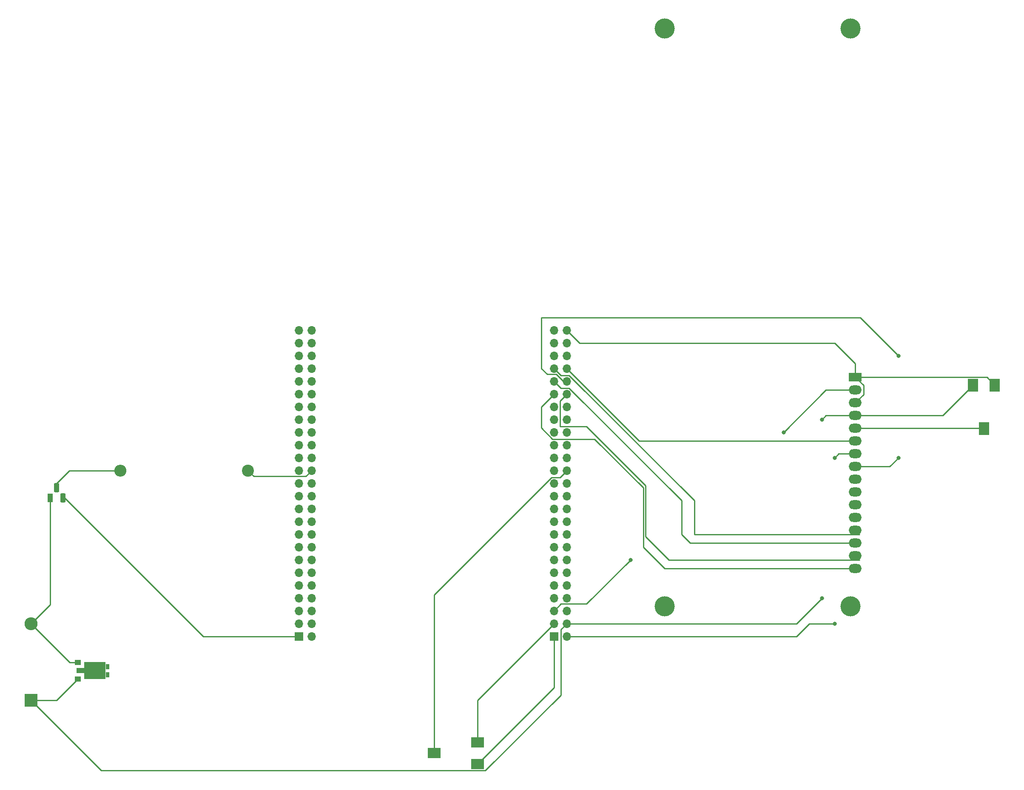
<source format=gbr>
%TF.GenerationSoftware,KiCad,Pcbnew,(7.0.0)*%
%TF.CreationDate,2023-06-01T08:47:21-06:00*%
%TF.ProjectId,ENCE 3231 final project,454e4345-2033-4323-9331-2066696e616c,rev?*%
%TF.SameCoordinates,Original*%
%TF.FileFunction,Copper,L1,Top*%
%TF.FilePolarity,Positive*%
%FSLAX46Y46*%
G04 Gerber Fmt 4.6, Leading zero omitted, Abs format (unit mm)*
G04 Created by KiCad (PCBNEW (7.0.0)) date 2023-06-01 08:47:21*
%MOMM*%
%LPD*%
G01*
G04 APERTURE LIST*
G04 Aperture macros list*
%AMRoundRect*
0 Rectangle with rounded corners*
0 $1 Rounding radius*
0 $2 $3 $4 $5 $6 $7 $8 $9 X,Y pos of 4 corners*
0 Add a 4 corners polygon primitive as box body*
4,1,4,$2,$3,$4,$5,$6,$7,$8,$9,$2,$3,0*
0 Add four circle primitives for the rounded corners*
1,1,$1+$1,$2,$3*
1,1,$1+$1,$4,$5*
1,1,$1+$1,$6,$7*
1,1,$1+$1,$8,$9*
0 Add four rect primitives between the rounded corners*
20,1,$1+$1,$2,$3,$4,$5,0*
20,1,$1+$1,$4,$5,$6,$7,0*
20,1,$1+$1,$6,$7,$8,$9,0*
20,1,$1+$1,$8,$9,$2,$3,0*%
G04 Aperture macros list end*
%TA.AperFunction,ComponentPad*%
%ADD10C,4.000000*%
%TD*%
%TA.AperFunction,ComponentPad*%
%ADD11R,2.600000X1.800000*%
%TD*%
%TA.AperFunction,ComponentPad*%
%ADD12O,2.600000X1.800000*%
%TD*%
%TA.AperFunction,SMDPad,CuDef*%
%ADD13R,2.000000X2.500000*%
%TD*%
%TA.AperFunction,SMDPad,CuDef*%
%ADD14R,1.300000X1.100000*%
%TD*%
%TA.AperFunction,SMDPad,CuDef*%
%ADD15R,0.650000X1.000000*%
%TD*%
%TA.AperFunction,SMDPad,CuDef*%
%ADD16R,1.500000X1.000000*%
%TD*%
%TA.AperFunction,SMDPad,CuDef*%
%ADD17R,4.300000X3.400000*%
%TD*%
%TA.AperFunction,ComponentPad*%
%ADD18R,2.600000X2.600000*%
%TD*%
%TA.AperFunction,ComponentPad*%
%ADD19O,2.600000X2.600000*%
%TD*%
%TA.AperFunction,ComponentPad*%
%ADD20R,1.700000X1.700000*%
%TD*%
%TA.AperFunction,ComponentPad*%
%ADD21O,1.700000X1.700000*%
%TD*%
%TA.AperFunction,ComponentPad*%
%ADD22R,1.100000X1.800000*%
%TD*%
%TA.AperFunction,ComponentPad*%
%ADD23RoundRect,0.275000X-0.275000X-0.625000X0.275000X-0.625000X0.275000X0.625000X-0.275000X0.625000X0*%
%TD*%
%TA.AperFunction,ComponentPad*%
%ADD24C,2.400000*%
%TD*%
%TA.AperFunction,ComponentPad*%
%ADD25O,2.400000X2.400000*%
%TD*%
%TA.AperFunction,SMDPad,CuDef*%
%ADD26R,2.500000X2.000000*%
%TD*%
%TA.AperFunction,ViaPad*%
%ADD27C,0.800000*%
%TD*%
%TA.AperFunction,Conductor*%
%ADD28C,0.250000*%
%TD*%
G04 APERTURE END LIST*
D10*
%TO.P,DS1,*%
%TO.N,*%
X191076740Y-36479580D03*
X154076560Y-36479580D03*
X191076740Y-151480620D03*
X154076560Y-151480620D03*
D11*
%TO.P,DS1,1,LEDK*%
%TO.N,GND*%
X192077499Y-105879999D03*
D12*
%TO.P,DS1,2,LEDA*%
%TO.N,3.3V*%
X192077499Y-108419999D03*
%TO.P,DS1,3,VSS*%
%TO.N,GND*%
X192077499Y-110959999D03*
%TO.P,DS1,4,VDD*%
%TO.N,5V*%
X192077499Y-113499999D03*
%TO.P,DS1,5,Vo*%
%TO.N,Net-(DS1-Vo)*%
X192077499Y-116039999D03*
%TO.P,DS1,6,RS*%
%TO.N,Rs*%
X192077499Y-118579999D03*
%TO.P,DS1,7,R/~{W}*%
%TO.N,GND*%
X192077499Y-121119999D03*
%TO.P,DS1,8,E*%
%TO.N,E*%
X192077499Y-123659999D03*
%TO.P,DS1,9,DB0*%
%TO.N,unconnected-(DS1-DB0-Pad9)*%
X192077499Y-126199999D03*
%TO.P,DS1,10,DB1*%
%TO.N,unconnected-(DS1-DB1-Pad10)*%
X192077499Y-128739999D03*
%TO.P,DS1,11,DB2*%
%TO.N,unconnected-(DS1-DB2-Pad11)*%
X192077499Y-131279999D03*
%TO.P,DS1,12,DB3*%
%TO.N,unconnected-(DS1-DB3-Pad12)*%
X192077499Y-133819999D03*
%TO.P,DS1,13,DB4*%
%TO.N,D4*%
X192077499Y-136359999D03*
%TO.P,DS1,14,DB5*%
%TO.N,D5*%
X192077499Y-138899999D03*
%TO.P,DS1,15,DB6*%
%TO.N,D6*%
X192077499Y-141439999D03*
%TO.P,DS1,16,DB7*%
%TO.N,D7*%
X192077499Y-143979999D03*
%TD*%
D13*
%TO.P,RV2,1,1*%
%TO.N,5V*%
X215534999Y-107434999D03*
%TO.P,RV2,2,2*%
%TO.N,Net-(DS1-Vo)*%
X217684999Y-116084999D03*
%TO.P,RV2,3,3*%
%TO.N,GND*%
X219834999Y-107434999D03*
%TD*%
D14*
%TO.P,M1,1,+*%
%TO.N,5V*%
X37304999Y-165949999D03*
%TO.P,M1,2,-*%
%TO.N,Net-(D1-A2)*%
X37304999Y-162649999D03*
D15*
%TO.P,M1,SH*%
%TO.N,N/C*%
X43179999Y-165099999D03*
D16*
X37804999Y-164299999D03*
D17*
X40704999Y-164299999D03*
D15*
X43179999Y-163499999D03*
%TD*%
D18*
%TO.P,D1,1,A1*%
%TO.N,5V*%
X27939999Y-170179999D03*
D19*
%TO.P,D1,2,A2*%
%TO.N,Net-(D1-A2)*%
X27939999Y-154939999D03*
%TD*%
D20*
%TO.P,J2,1,Pin_1*%
%TO.N,GND*%
X81279999Y-157479999D03*
D21*
%TO.P,J2,2,Pin_2*%
X83819999Y-157479999D03*
%TO.P,J2,3,Pin_3*%
%TO.N,unconnected-(J2-Pin_3-Pad3)*%
X81279999Y-154939999D03*
%TO.P,J2,4,Pin_4*%
%TO.N,unconnected-(J2-Pin_4-Pad4)*%
X83819999Y-154939999D03*
%TO.P,J2,5,Pin_5*%
%TO.N,unconnected-(J2-Pin_5-Pad5)*%
X81279999Y-152399999D03*
%TO.P,J2,6,Pin_6*%
%TO.N,unconnected-(J2-Pin_6-Pad6)*%
X83819999Y-152399999D03*
%TO.P,J2,7,Pin_7*%
%TO.N,unconnected-(J2-Pin_7-Pad7)*%
X81279999Y-149859999D03*
%TO.P,J2,8,Pin_8*%
%TO.N,unconnected-(J2-Pin_8-Pad8)*%
X83819999Y-149859999D03*
%TO.P,J2,9,Pin_9*%
%TO.N,unconnected-(J2-Pin_9-Pad9)*%
X81279999Y-147319999D03*
%TO.P,J2,10,Pin_10*%
%TO.N,unconnected-(J2-Pin_10-Pad10)*%
X83819999Y-147319999D03*
%TO.P,J2,11,Pin_11*%
%TO.N,unconnected-(J2-Pin_11-Pad11)*%
X81279999Y-144779999D03*
%TO.P,J2,12,Pin_12*%
%TO.N,unconnected-(J2-Pin_12-Pad12)*%
X83819999Y-144779999D03*
%TO.P,J2,13,Pin_13*%
%TO.N,unconnected-(J2-Pin_13-Pad13)*%
X81279999Y-142239999D03*
%TO.P,J2,14,Pin_14*%
%TO.N,unconnected-(J2-Pin_14-Pad14)*%
X83819999Y-142239999D03*
%TO.P,J2,15,Pin_15*%
%TO.N,unconnected-(J2-Pin_15-Pad15)*%
X81279999Y-139699999D03*
%TO.P,J2,16,Pin_16*%
%TO.N,unconnected-(J2-Pin_16-Pad16)*%
X83819999Y-139699999D03*
%TO.P,J2,17,Pin_17*%
%TO.N,unconnected-(J2-Pin_17-Pad17)*%
X81279999Y-137159999D03*
%TO.P,J2,18,Pin_18*%
%TO.N,unconnected-(J2-Pin_18-Pad18)*%
X83819999Y-137159999D03*
%TO.P,J2,19,Pin_19*%
%TO.N,unconnected-(J2-Pin_19-Pad19)*%
X81279999Y-134619999D03*
%TO.P,J2,20,Pin_20*%
%TO.N,unconnected-(J2-Pin_20-Pad20)*%
X83819999Y-134619999D03*
%TO.P,J2,21,Pin_21*%
%TO.N,unconnected-(J2-Pin_21-Pad21)*%
X81279999Y-132079999D03*
%TO.P,J2,22,Pin_22*%
%TO.N,unconnected-(J2-Pin_22-Pad22)*%
X83819999Y-132079999D03*
%TO.P,J2,23,Pin_23*%
%TO.N,unconnected-(J2-Pin_23-Pad23)*%
X81279999Y-129539999D03*
%TO.P,J2,24,Pin_24*%
%TO.N,unconnected-(J2-Pin_24-Pad24)*%
X83819999Y-129539999D03*
%TO.P,J2,25,Pin_25*%
%TO.N,unconnected-(J2-Pin_25-Pad25)*%
X81279999Y-126999999D03*
%TO.P,J2,26,Pin_26*%
%TO.N,unconnected-(J2-Pin_26-Pad26)*%
X83819999Y-126999999D03*
%TO.P,J2,27,Pin_27*%
%TO.N,unconnected-(J2-Pin_27-Pad27)*%
X81279999Y-124459999D03*
%TO.P,J2,28,Pin_28*%
%TO.N,Motor_PWM*%
X83819999Y-124459999D03*
%TO.P,J2,29,Pin_29*%
%TO.N,unconnected-(J2-Pin_29-Pad29)*%
X81279999Y-121919999D03*
%TO.P,J2,30,Pin_30*%
%TO.N,unconnected-(J2-Pin_30-Pad30)*%
X83819999Y-121919999D03*
%TO.P,J2,31,Pin_31*%
%TO.N,unconnected-(J2-Pin_31-Pad31)*%
X81279999Y-119379999D03*
%TO.P,J2,32,Pin_32*%
%TO.N,unconnected-(J2-Pin_32-Pad32)*%
X83819999Y-119379999D03*
%TO.P,J2,33,Pin_33*%
%TO.N,unconnected-(J2-Pin_33-Pad33)*%
X81279999Y-116839999D03*
%TO.P,J2,34,Pin_34*%
%TO.N,unconnected-(J2-Pin_34-Pad34)*%
X83819999Y-116839999D03*
%TO.P,J2,35,Pin_35*%
%TO.N,unconnected-(J2-Pin_35-Pad35)*%
X81279999Y-114299999D03*
%TO.P,J2,36,Pin_36*%
%TO.N,unconnected-(J2-Pin_36-Pad36)*%
X83819999Y-114299999D03*
%TO.P,J2,37,Pin_37*%
%TO.N,unconnected-(J2-Pin_37-Pad37)*%
X81279999Y-111759999D03*
%TO.P,J2,38,Pin_38*%
%TO.N,unconnected-(J2-Pin_38-Pad38)*%
X83819999Y-111759999D03*
%TO.P,J2,39,Pin_39*%
%TO.N,unconnected-(J2-Pin_39-Pad39)*%
X81279999Y-109219999D03*
%TO.P,J2,40,Pin_40*%
%TO.N,unconnected-(J2-Pin_40-Pad40)*%
X83819999Y-109219999D03*
%TO.P,J2,41,Pin_41*%
%TO.N,unconnected-(J2-Pin_41-Pad41)*%
X81279999Y-106679999D03*
%TO.P,J2,42,Pin_42*%
%TO.N,unconnected-(J2-Pin_42-Pad42)*%
X83819999Y-106679999D03*
%TO.P,J2,43,Pin_43*%
%TO.N,unconnected-(J2-Pin_43-Pad43)*%
X81279999Y-104139999D03*
%TO.P,J2,44,Pin_44*%
%TO.N,unconnected-(J2-Pin_44-Pad44)*%
X83819999Y-104139999D03*
%TO.P,J2,45,Pin_45*%
%TO.N,unconnected-(J2-Pin_45-Pad45)*%
X81279999Y-101599999D03*
%TO.P,J2,46,Pin_46*%
%TO.N,unconnected-(J2-Pin_46-Pad46)*%
X83819999Y-101599999D03*
%TO.P,J2,47,Pin_47*%
%TO.N,unconnected-(J2-Pin_47-Pad47)*%
X81279999Y-99059999D03*
%TO.P,J2,48,Pin_48*%
%TO.N,unconnected-(J2-Pin_48-Pad48)*%
X83819999Y-99059999D03*
%TO.P,J2,49,Pin_49*%
%TO.N,GND*%
X81279999Y-96519999D03*
%TO.P,J2,50,Pin_50*%
X83819999Y-96519999D03*
%TD*%
D22*
%TO.P,Q1,1,C*%
%TO.N,Net-(D1-A2)*%
X31749999Y-129939999D03*
D23*
%TO.P,Q1,2,B*%
%TO.N,Net-(Q1-B)*%
X33020000Y-127870000D03*
%TO.P,Q1,3,E*%
%TO.N,GND*%
X34290000Y-129940000D03*
%TD*%
D24*
%TO.P,R1,1*%
%TO.N,Motor_PWM*%
X71120000Y-124460000D03*
D25*
%TO.P,R1,2*%
%TO.N,Net-(Q1-B)*%
X45719999Y-124459999D03*
%TD*%
D20*
%TO.P,J1,1,Pin_1*%
%TO.N,GND*%
X132079999Y-157479999D03*
D21*
%TO.P,J1,2,Pin_2*%
X134619999Y-157479999D03*
%TO.P,J1,3,Pin_3*%
%TO.N,5V*%
X132079999Y-154939999D03*
%TO.P,J1,4,Pin_4*%
X134619999Y-154939999D03*
%TO.P,J1,5,Pin_5*%
%TO.N,3.3V*%
X132079999Y-152399999D03*
%TO.P,J1,6,Pin_6*%
%TO.N,unconnected-(J1-Pin_6-Pad6)*%
X134619999Y-152399999D03*
%TO.P,J1,7,Pin_7*%
%TO.N,unconnected-(J1-Pin_7-Pad7)*%
X132079999Y-149859999D03*
%TO.P,J1,8,Pin_8*%
%TO.N,unconnected-(J1-Pin_8-Pad8)*%
X134619999Y-149859999D03*
%TO.P,J1,9,Pin_9*%
%TO.N,unconnected-(J1-Pin_9-Pad9)*%
X132079999Y-147319999D03*
%TO.P,J1,10,Pin_10*%
%TO.N,unconnected-(J1-Pin_10-Pad10)*%
X134619999Y-147319999D03*
%TO.P,J1,11,Pin_11*%
%TO.N,unconnected-(J1-Pin_11-Pad11)*%
X132079999Y-144779999D03*
%TO.P,J1,12,Pin_12*%
%TO.N,unconnected-(J1-Pin_12-Pad12)*%
X134619999Y-144779999D03*
%TO.P,J1,13,Pin_13*%
%TO.N,unconnected-(J1-Pin_13-Pad13)*%
X132079999Y-142239999D03*
%TO.P,J1,14,Pin_14*%
%TO.N,unconnected-(J1-Pin_14-Pad14)*%
X134619999Y-142239999D03*
%TO.P,J1,15,Pin_15*%
%TO.N,unconnected-(J1-Pin_15-Pad15)*%
X132079999Y-139699999D03*
%TO.P,J1,16,Pin_16*%
%TO.N,unconnected-(J1-Pin_16-Pad16)*%
X134619999Y-139699999D03*
%TO.P,J1,17,Pin_17*%
%TO.N,unconnected-(J1-Pin_17-Pad17)*%
X132079999Y-137159999D03*
%TO.P,J1,18,Pin_18*%
%TO.N,unconnected-(J1-Pin_18-Pad18)*%
X134619999Y-137159999D03*
%TO.P,J1,19,Pin_19*%
%TO.N,unconnected-(J1-Pin_19-Pad19)*%
X132079999Y-134619999D03*
%TO.P,J1,20,Pin_20*%
%TO.N,unconnected-(J1-Pin_20-Pad20)*%
X134619999Y-134619999D03*
%TO.P,J1,21,Pin_21*%
%TO.N,unconnected-(J1-Pin_21-Pad21)*%
X132079999Y-132079999D03*
%TO.P,J1,22,Pin_22*%
%TO.N,unconnected-(J1-Pin_22-Pad22)*%
X134619999Y-132079999D03*
%TO.P,J1,23,Pin_23*%
%TO.N,unconnected-(J1-Pin_23-Pad23)*%
X132079999Y-129539999D03*
%TO.P,J1,24,Pin_24*%
%TO.N,unconnected-(J1-Pin_24-Pad24)*%
X134619999Y-129539999D03*
%TO.P,J1,25,Pin_25*%
%TO.N,unconnected-(J1-Pin_25-Pad25)*%
X132079999Y-126999999D03*
%TO.P,J1,26,Pin_26*%
%TO.N,unconnected-(J1-Pin_26-Pad26)*%
X134619999Y-126999999D03*
%TO.P,J1,27,Pin_27*%
%TO.N,unconnected-(J1-Pin_27-Pad27)*%
X132079999Y-124459999D03*
%TO.P,J1,28,Pin_28*%
%TO.N,Input_Signal*%
X134619999Y-124459999D03*
%TO.P,J1,29,Pin_29*%
%TO.N,unconnected-(J1-Pin_29-Pad29)*%
X132079999Y-121919999D03*
%TO.P,J1,30,Pin_30*%
%TO.N,unconnected-(J1-Pin_30-Pad30)*%
X134619999Y-121919999D03*
%TO.P,J1,31,Pin_31*%
%TO.N,unconnected-(J1-Pin_31-Pad31)*%
X132079999Y-119379999D03*
%TO.P,J1,32,Pin_32*%
%TO.N,unconnected-(J1-Pin_32-Pad32)*%
X134619999Y-119379999D03*
%TO.P,J1,33,Pin_33*%
%TO.N,unconnected-(J1-Pin_33-Pad33)*%
X132079999Y-116839999D03*
%TO.P,J1,34,Pin_34*%
%TO.N,unconnected-(J1-Pin_34-Pad34)*%
X134619999Y-116839999D03*
%TO.P,J1,35,Pin_35*%
%TO.N,unconnected-(J1-Pin_35-Pad35)*%
X132079999Y-114299999D03*
%TO.P,J1,36,Pin_36*%
%TO.N,unconnected-(J1-Pin_36-Pad36)*%
X134619999Y-114299999D03*
%TO.P,J1,37,Pin_37*%
%TO.N,unconnected-(J1-Pin_37-Pad37)*%
X132079999Y-111759999D03*
%TO.P,J1,38,Pin_38*%
%TO.N,unconnected-(J1-Pin_38-Pad38)*%
X134619999Y-111759999D03*
%TO.P,J1,39,Pin_39*%
%TO.N,D7*%
X132079999Y-109219999D03*
%TO.P,J1,40,Pin_40*%
%TO.N,D6*%
X134619999Y-109219999D03*
%TO.P,J1,41,Pin_41*%
%TO.N,D5*%
X132079999Y-106679999D03*
%TO.P,J1,42,Pin_42*%
%TO.N,E*%
X134619999Y-106679999D03*
%TO.P,J1,43,Pin_43*%
%TO.N,D4*%
X132079999Y-104139999D03*
%TO.P,J1,44,Pin_44*%
%TO.N,Rs*%
X134619999Y-104139999D03*
%TO.P,J1,45,Pin_45*%
%TO.N,unconnected-(J1-Pin_45-Pad45)*%
X132079999Y-101599999D03*
%TO.P,J1,46,Pin_46*%
%TO.N,unconnected-(J1-Pin_46-Pad46)*%
X134619999Y-101599999D03*
%TO.P,J1,47,Pin_47*%
%TO.N,unconnected-(J1-Pin_47-Pad47)*%
X132079999Y-99059999D03*
%TO.P,J1,48,Pin_48*%
%TO.N,unconnected-(J1-Pin_48-Pad48)*%
X134619999Y-99059999D03*
%TO.P,J1,49,Pin_49*%
%TO.N,GND*%
X132079999Y-96519999D03*
%TO.P,J1,50,Pin_50*%
X134619999Y-96519999D03*
%TD*%
D26*
%TO.P,RV1,1,1*%
%TO.N,5V*%
X116839999Y-178579999D03*
%TO.P,RV1,2,2*%
%TO.N,Input_Signal*%
X108189999Y-180729999D03*
%TO.P,RV1,3,3*%
%TO.N,GND*%
X116839999Y-182879999D03*
%TD*%
D27*
%TO.N,GND*%
X187960000Y-154940000D03*
X187960000Y-121920000D03*
%TO.N,E*%
X200660000Y-121920000D03*
X200660000Y-101600000D03*
%TO.N,5V*%
X185420000Y-114300000D03*
X185420000Y-149860000D03*
%TO.N,3.3V*%
X147320000Y-142240000D03*
X177800000Y-116840000D03*
%TD*%
D28*
%TO.N,Net-(D1-A2)*%
X31750000Y-129540000D02*
X31750000Y-151130000D01*
X35650000Y-162650000D02*
X37305000Y-162650000D01*
X31750000Y-151130000D02*
X27940000Y-154940000D01*
X27940000Y-154940000D02*
X35650000Y-162650000D01*
%TO.N,GND*%
X182880000Y-154940000D02*
X187960000Y-154940000D01*
X116840000Y-182880000D02*
X132080000Y-167640000D01*
X192077500Y-103177500D02*
X187960000Y-99060000D01*
X192077500Y-105880000D02*
X192077500Y-103177500D01*
X81280000Y-157480000D02*
X62230000Y-157480000D01*
X180340000Y-157480000D02*
X182880000Y-154940000D01*
X192097500Y-105860000D02*
X218260000Y-105860000D01*
X192077500Y-110960000D02*
X193702500Y-109335000D01*
X193702500Y-109335000D02*
X193702500Y-107505000D01*
X193702500Y-107505000D02*
X192077500Y-105880000D01*
X192077500Y-105880000D02*
X192097500Y-105860000D01*
X187960000Y-99060000D02*
X137160000Y-99060000D01*
X192077500Y-121120000D02*
X188760000Y-121120000D01*
X137160000Y-99060000D02*
X134920520Y-96820520D01*
X218260000Y-105860000D02*
X219835000Y-107435000D01*
X134620000Y-157480000D02*
X180340000Y-157480000D01*
X132080000Y-167640000D02*
X132080000Y-157480000D01*
X188760000Y-121120000D02*
X187960000Y-121920000D01*
X62230000Y-157480000D02*
X34290000Y-129540000D01*
%TO.N,Net-(DS1-Vo)*%
X217640000Y-116040000D02*
X217685000Y-116085000D01*
X192077500Y-116040000D02*
X217640000Y-116040000D01*
%TO.N,Rs*%
X149060000Y-118580000D02*
X134620000Y-104140000D01*
X192077500Y-118580000D02*
X149060000Y-118580000D01*
%TO.N,E*%
X129540000Y-104140000D02*
X129540000Y-93980000D01*
X192077500Y-123660000D02*
X198920000Y-123660000D01*
X198920000Y-123660000D02*
X200660000Y-121920000D01*
X134620000Y-106680000D02*
X133931701Y-106680000D01*
X132566701Y-105315000D02*
X130715000Y-105315000D01*
X133931701Y-106680000D02*
X132566701Y-105315000D01*
X130715000Y-105315000D02*
X129540000Y-104140000D01*
X129540000Y-93980000D02*
X193040000Y-93980000D01*
X193040000Y-93980000D02*
X200660000Y-101600000D01*
%TO.N,D4*%
X135106701Y-105505000D02*
X133445000Y-105505000D01*
X133445000Y-105505000D02*
X132080000Y-104140000D01*
X160020000Y-130418299D02*
X135106701Y-105505000D01*
X192877500Y-137160000D02*
X160020000Y-137160000D01*
X192077500Y-136360000D02*
X192877500Y-137160000D01*
X160020000Y-137160000D02*
X160020000Y-130418299D01*
%TO.N,D5*%
X135106701Y-108045000D02*
X133445000Y-108045000D01*
X192077500Y-138900000D02*
X159220000Y-138900000D01*
X159220000Y-138900000D02*
X157480000Y-137160000D01*
X133445000Y-108045000D02*
X132080000Y-106680000D01*
X157480000Y-130418299D02*
X135106701Y-108045000D01*
X157480000Y-137160000D02*
X157480000Y-130418299D01*
%TO.N,D6*%
X150310000Y-137610000D02*
X150310000Y-127450000D01*
X154940000Y-142240000D02*
X150310000Y-137610000D01*
X150310000Y-127450000D02*
X138525000Y-115665000D01*
X192077500Y-141440000D02*
X192877500Y-142240000D01*
X133255000Y-115664999D02*
X133255000Y-110585000D01*
X192877500Y-142240000D02*
X154940000Y-142240000D01*
X138525000Y-115665000D02*
X133255000Y-115664999D01*
X133255000Y-110585000D02*
X134620000Y-109220000D01*
%TO.N,D7*%
X149860000Y-127878299D02*
X140186701Y-118205000D01*
X149860000Y-139700000D02*
X149860000Y-127878299D01*
X131783299Y-118205000D02*
X129540000Y-115961701D01*
X154140000Y-143980000D02*
X149860000Y-139700000D01*
X192077500Y-143980000D02*
X154140000Y-143980000D01*
X129540000Y-111760000D02*
X132080000Y-109220000D01*
X140186701Y-118205000D02*
X131783299Y-118205000D01*
X129540000Y-115961701D02*
X129540000Y-111760000D01*
%TO.N,Input_Signal*%
X133255000Y-125825000D02*
X134620000Y-124460000D01*
X131593299Y-125825000D02*
X133255000Y-125825000D01*
X108190000Y-180730000D02*
X108190000Y-149228299D01*
X108190000Y-149228299D02*
X131593299Y-125825000D01*
%TO.N,Motor_PWM*%
X72295000Y-125635000D02*
X71120000Y-124460000D01*
X82645000Y-125635000D02*
X72295000Y-125635000D01*
X83820000Y-124460000D02*
X82645000Y-125635000D01*
%TO.N,Net-(Q1-B)*%
X45720000Y-124460000D02*
X35560000Y-124460000D01*
X35560000Y-124460000D02*
X33020000Y-127000000D01*
%TO.N,5V*%
X180340000Y-154940000D02*
X185420000Y-149860000D01*
X27940000Y-170180000D02*
X33075000Y-170180000D01*
X134620000Y-154940000D02*
X180340000Y-154940000D01*
X192077500Y-113500000D02*
X186220000Y-113500000D01*
X27940000Y-170180000D02*
X41965000Y-184205000D01*
X186220000Y-113500000D02*
X185420000Y-114300000D01*
X118415000Y-184205000D02*
X133445000Y-169175000D01*
X133445000Y-156115000D02*
X134620000Y-154940000D01*
X33075000Y-170180000D02*
X37305000Y-165950000D01*
X133445000Y-169175000D02*
X133445000Y-156115000D01*
X116840000Y-170180000D02*
X132080000Y-154940000D01*
X192077500Y-113500000D02*
X209470000Y-113500000D01*
X116840000Y-178580000D02*
X116840000Y-170180000D01*
X41965000Y-184205000D02*
X118415000Y-184205000D01*
X209470000Y-113500000D02*
X215535000Y-107435000D01*
%TO.N,3.3V*%
X192077500Y-108420000D02*
X186220000Y-108420000D01*
X133445000Y-151035000D02*
X138525000Y-151035000D01*
X132080000Y-152400000D02*
X133445000Y-151035000D01*
X138525000Y-151035000D02*
X147320000Y-142240000D01*
X186220000Y-108420000D02*
X177800000Y-116840000D01*
%TD*%
M02*

</source>
